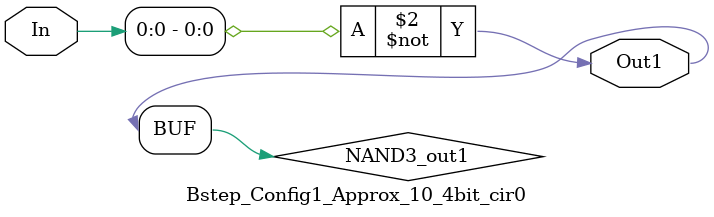
<source format=v>
`timescale 1 ns / 1 ns
module Bstep_Config1_Approx_10_4bit_cir0
(In,Out1);
input [3:0]In;
output [0:0]Out1;
wire NAND3_out1;
assign NAND3_out1 =  ~ (In[0] & In[0]);
assign Out1[0] = NAND3_out1;
endmodule  // Bstep_Config1_Approx_10_4bit_cir0
</source>
